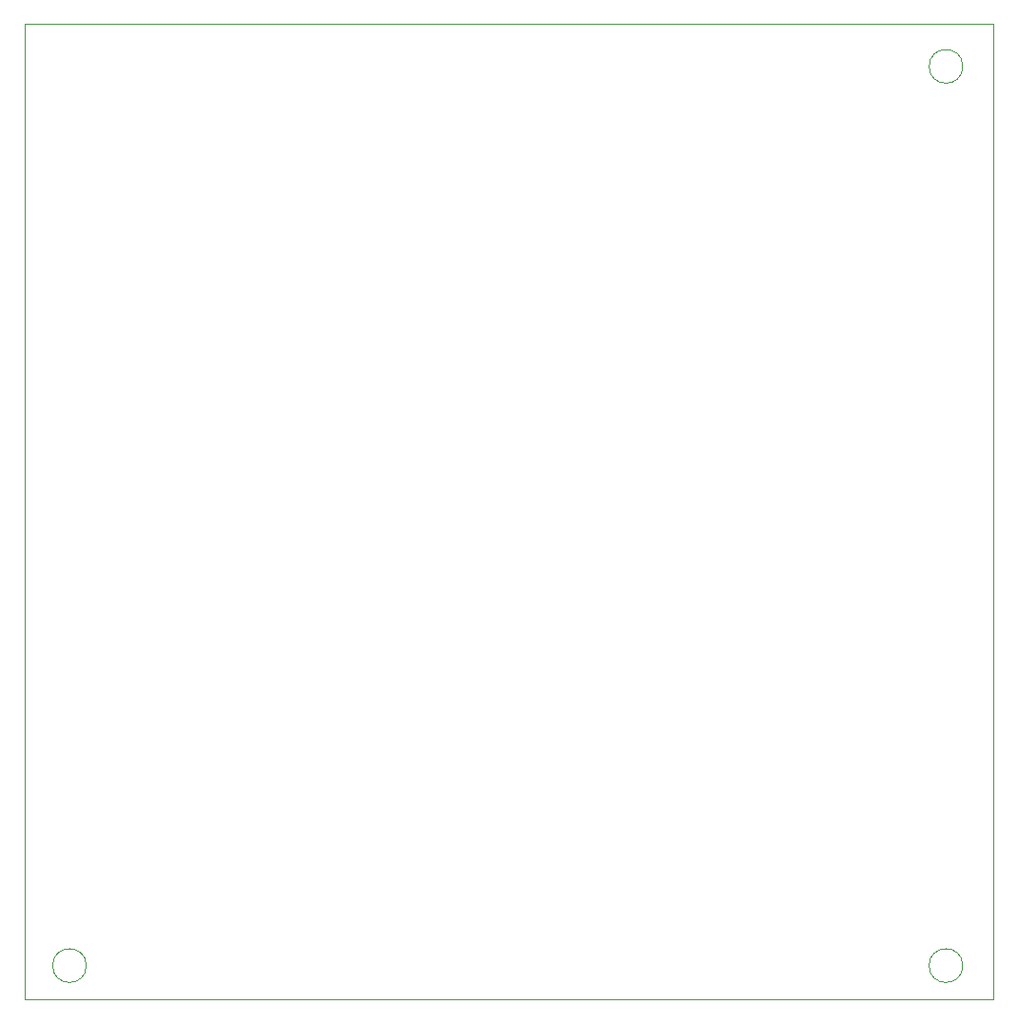
<source format=gm1>
%TF.GenerationSoftware,KiCad,Pcbnew,9.0.5*%
%TF.CreationDate,2025-10-27T12:52:04+01:00*%
%TF.ProjectId,mastermind,6d617374-6572-46d6-996e-642e6b696361,rev?*%
%TF.SameCoordinates,Original*%
%TF.FileFunction,Profile,NP*%
%FSLAX46Y46*%
G04 Gerber Fmt 4.6, Leading zero omitted, Abs format (unit mm)*
G04 Created by KiCad (PCBNEW 9.0.5) date 2025-10-27 12:52:04*
%MOMM*%
%LPD*%
G01*
G04 APERTURE LIST*
%TA.AperFunction,Profile*%
%ADD10C,0.050000*%
%TD*%
G04 APERTURE END LIST*
D10*
X164500000Y-61000000D02*
G75*
G02*
X161500000Y-61000000I-1500000J0D01*
G01*
X161500000Y-61000000D02*
G75*
G02*
X164500000Y-61000000I1500000J0D01*
G01*
X164500000Y-141000000D02*
G75*
G02*
X161500000Y-141000000I-1500000J0D01*
G01*
X161500000Y-141000000D02*
G75*
G02*
X164500000Y-141000000I1500000J0D01*
G01*
X86500000Y-141000000D02*
G75*
G02*
X83500000Y-141000000I-1500000J0D01*
G01*
X83500000Y-141000000D02*
G75*
G02*
X86500000Y-141000000I1500000J0D01*
G01*
X81000000Y-57250000D02*
X167250000Y-57250000D01*
X167250000Y-144000000D01*
X81000000Y-144000000D01*
X81000000Y-57250000D01*
M02*

</source>
